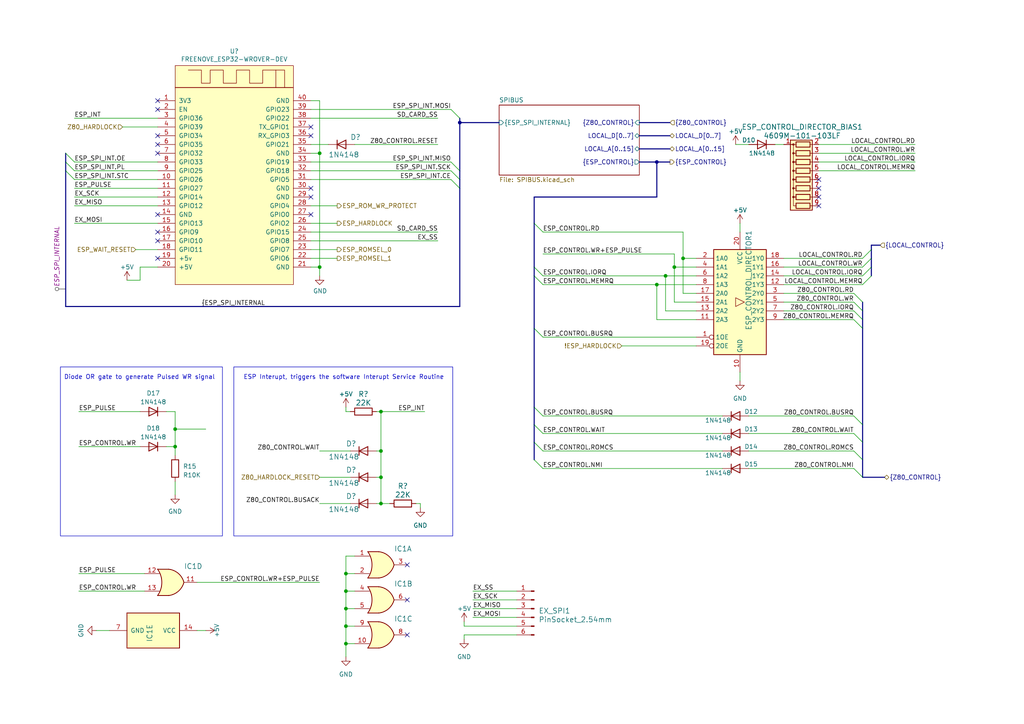
<source format=kicad_sch>
(kicad_sch (version 20230121) (generator eeschema)
  (paper "A4")
  (title_block (title "FujiNet Z80Bus reference design") (date "2023-05-13") (rev "0.1") (company "FujiNet"))
  (lib_symbols
    (symbol "74xx:74HC244"
      (property "Reference" "U" (at -7.62 16.51 0))
      (property "Value" "74HC244" (at -7.62 -16.51 0))
      (symbol "74HC244_1_0"
        (polyline (pts (xy 1.27 0) (xy -1.27 1.27) (xy -1.27 -1.27) (xy 1.27 0)) (stroke (width 0.1524)))
        (pin input inverted (at -12.7 -10.16 0) (length 5.08) (name "1OE") (number "1"))
        (pin power_in line (at 0 -20.32 90) (length 5.08) (name "GND") (number "10"))
        (pin input line (at -12.7 -5.08 0) (length 5.08) (name "2A3") (number "11"))
        (pin tri_state line (at 12.7 5.08 180) (length 5.08) (name "1Y3") (number "12"))
        (pin input line (at -12.7 -2.54 0) (length 5.08) (name "2A2") (number "13"))
        (pin tri_state line (at 12.7 7.62 180) (length 5.08) (name "1Y2") (number "14"))
        (pin input line (at -12.7 0 0) (length 5.08) (name "2A1") (number "15"))
        (pin tri_state line (at 12.7 10.16 180) (length 5.08) (name "1Y1") (number "16"))
        (pin input line (at -12.7 2.54 0) (length 5.08) (name "2A0") (number "17"))
        (pin tri_state line (at 12.7 12.7 180) (length 5.08) (name "1Y0") (number "18"))
        (pin input inverted (at -12.7 -12.7 0) (length 5.08) (name "2OE") (number "19"))
        (pin input line (at -12.7 12.7 0) (length 5.08) (name "1A0") (number "2"))
        (pin power_in line (at 0 20.32 270) (length 5.08) (name "VCC") (number "20"))
        (pin tri_state line (at 12.7 2.54 180) (length 5.08) (name "2Y0") (number "3"))
        (pin input line (at -12.7 10.16 0) (length 5.08) (name "1A1") (number "4"))
        (pin tri_state line (at 12.7 0 180) (length 5.08) (name "2Y1") (number "5"))
        (pin input line (at -12.7 7.62 0) (length 5.08) (name "1A2") (number "6"))
        (pin tri_state line (at 12.7 -2.54 180) (length 5.08) (name "2Y2") (number "7"))
        (pin input line (at -12.7 5.08 0) (length 5.08) (name "1A3") (number "8"))
        (pin tri_state line (at 12.7 -5.08 180) (length 5.08) (name "2Y3") (number "9"))
      )
      (symbol "74HC244_1_1"
        (rectangle (start -7.62 15.24) (end 7.62 -15.24) (stroke (width 0.254)) (fill (type background)))
      )
    )
    (symbol "74xx:74LS32" (pin_names (offset 1.016))
      (property "Reference" "U" (at 0 1.27 0))
      (property "Value" "74LS32" (at 0 -1.27 0))
      (symbol "74LS32_1_1"
        (arc (start -3.81 -3.81) (mid -2.589 0) (end -3.81 3.81) (stroke (width 0.254)))
        (arc (start -0.6096 -3.81) (mid 2.1842 -2.5851) (end 3.81 0) (stroke (width 0.254)) (fill (type background)))
        (polyline (pts (xy -3.81 -3.81) (xy -0.635 -3.81)) (stroke (width 0.254)) (fill (type background)))
        (polyline (pts (xy -3.81 3.81) (xy -0.635 3.81)) (stroke (width 0.254)) (fill (type background)))
        (polyline (pts (xy -0.635 3.81) (xy -3.81 3.81) (xy -3.81 3.81) (xy -3.556 3.4036) (xy -3.0226 2.2606) (xy -2.6924 1.0414) (xy -2.6162 -0.254) (xy -2.7686 -1.4986) (xy -3.175 -2.7178) (xy -3.81 -3.81) (xy -3.81 -3.81) (xy -0.635 -3.81)) (stroke (width -25.4)) (fill (type background)))
        (arc (start 3.81 0) (mid 2.1915 2.5936) (end -0.6096 3.81) (stroke (width 0.254)) (fill (type background)))
        (pin input line (at -7.62 2.54 0) (length 4.318) (name "~") (number "1"))
        (pin input line (at -7.62 -2.54 0) (length 4.318) (name "~") (number "2"))
        (pin output line (at 7.62 0 180) (length 3.81) (name "~") (number "3"))
      )
      (symbol "74LS32_1_2"
        (arc (start 0 -3.81) (mid 3.7934 0) (end 0 3.81) (stroke (width 0.254)) (fill (type background)))
        (polyline (pts (xy 0 3.81) (xy -3.81 3.81) (xy -3.81 -3.81) (xy 0 -3.81)) (stroke (width 0.254)) (fill (type background)))
        (pin input inverted (at -7.62 2.54 0) (length 3.81) (name "~") (number "1"))
        (pin input inverted (at -7.62 -2.54 0) (length 3.81) (name "~") (number "2"))
        (pin output inverted (at 7.62 0 180) (length 3.81) (name "~") (number "3"))
      )
      (symbol "74LS32_2_1"
        (arc (start -3.81 -3.81) (mid -2.589 0) (end -3.81 3.81) (stroke (width 0.254)))
        (arc (start -0.6096 -3.81) (mid 2.1842 -2.5851) (end 3.81 0) (stroke (width 0.254)) (fill (type background)))
        (polyline (pts (xy -3.81 -3.81) (xy -0.635 -3.81)) (stroke (width 0.254)) (fill (type background)))
        (polyline (pts (xy -3.81 3.81) (xy -0.635 3.81)) (stroke (width 0.254)) (fill (type background)))
        (polyline (pts (xy -0.635 3.81) (xy -3.81 3.81) (xy -3.81 3.81) (xy -3.556 3.4036) (xy -3.0226 2.2606) (xy -2.6924 1.0414) (xy -2.6162 -0.254) (xy -2.7686 -1.4986) (xy -3.175 -2.7178) (xy -3.81 -3.81) (xy -3.81 -3.81) (xy -0.635 -3.81)) (stroke (width -25.4)) (fill (type background)))
        (arc (start 3.81 0) (mid 2.1915 2.5936) (end -0.6096 3.81) (stroke (width 0.254)) (fill (type background)))
        (pin input line (at -7.62 2.54 0) (length 4.318) (name "~") (number "4"))
        (pin input line (at -7.62 -2.54 0) (length 4.318) (name "~") (number "5"))
        (pin output line (at 7.62 0 180) (length 3.81) (name "~") (number "6"))
      )
      (symbol "74LS32_2_2"
        (arc (start 0 -3.81) (mid 3.7934 0) (end 0 3.81) (stroke (width 0.254)) (fill (type background)))
        (polyline (pts (xy 0 3.81) (xy -3.81 3.81) (xy -3.81 -3.81) (xy 0 -3.81)) (stroke (width 0.254)) (fill (type background)))
        (pin input inverted (at -7.62 2.54 0) (length 3.81) (name "~") (number "4"))
        (pin input inverted (at -7.62 -2.54 0) (length 3.81) (name "~") (number "5"))
        (pin output inverted (at 7.62 0 180) (length 3.81) (name "~") (number "6"))
      )
      (symbol "74LS32_3_1"
        (arc (start -3.81 -3.81) (mid -2.589 0) (end -3.81 3.81) (stroke (width 0.254)))
        (arc (start -0.6096 -3.81) (mid 2.1842 -2.5851) (end 3.81 0) (stroke (width 0.254)) (fill (type background)))
        (polyline (pts (xy -3.81 -3.81) (xy -0.635 -3.81)) (stroke (width 0.254)) (fill (type background)))
        (polyline (pts (xy -3.81 3.81) (xy -0.635 3.81)) (stroke (width 0.254)) (fill (type background)))
        (polyline (pts (xy -0.635 3.81) (xy -3.81 3.81) (xy -3.81 3.81) (xy -3.556 3.4036) (xy -3.0226 2.2606) (xy -2.6924 1.0414) (xy -2.6162 -0.254) (xy -2.7686 -1.4986) (xy -3.175 -2.7178) (xy -3.81 -3.81) (xy -3.81 -3.81) (xy -0.635 -3.81)) (stroke (width -25.4)) (fill (type background)))
        (arc (start 3.81 0) (mid 2.1915 2.5936) (end -0.6096 3.81) (stroke (width 0.254)) (fill (type background)))
        (pin input line (at -7.62 -2.54 0) (length 4.318) (name "~") (number "10"))
        (pin output line (at 7.62 0 180) (length 3.81) (name "~") (number "8"))
        (pin input line (at -7.62 2.54 0) (length 4.318) (name "~") (number "9"))
      )
      (symbol "74LS32_3_2"
        (arc (start 0 -3.81) (mid 3.7934 0) (end 0 3.81) (stroke (width 0.254)) (fill (type background)))
        (polyline (pts (xy 0 3.81) (xy -3.81 3.81) (xy -3.81 -3.81) (xy 0 -3.81)) (stroke (width 0.254)) (fill (type background)))
        (pin input inverted (at -7.62 -2.54 0) (length 3.81) (name "~") (number "10"))
        (pin output inverted (at 7.62 0 180) (length 3.81) (name "~") (number "8"))
        (pin input inverted (at -7.62 2.54 0) (length 3.81) (name "~") (number "9"))
      )
      (symbol "74LS32_4_1"
        (arc (start -3.81 -3.81) (mid -2.589 0) (end -3.81 3.81) (stroke (width 0.254)))
        (arc (start -0.6096 -3.81) (mid 2.1842 -2.5851) (end 3.81 0) (stroke (width 0.254)) (fill (type background)))
        (polyline (pts (xy -3.81 -3.81) (xy -0.635 -3.81)) (stroke (width 0.254)) (fill (type background)))
        (polyline (pts (xy -3.81 3.81) (xy -0.635 3.81)) (stroke (width 0.254)) (fill (type background)))
        (polyline (pts (xy -0.635 3.81) (xy -3.81 3.81) (xy -3.81 3.81) (xy -3.556 3.4036) (xy -3.0226 2.2606) (xy -2.6924 1.0414) (xy -2.6162 -0.254) (xy -2.7686 -1.4986) (xy -3.175 -2.7178) (xy -3.81 -3.81) (xy -3.81 -3.81) (xy -0.635 -3.81)) (stroke (width -25.4)) (fill (type background)))
        (arc (start 3.81 0) (mid 2.1915 2.5936) (end -0.6096 3.81) (stroke (width 0.254)) (fill (type background)))
        (pin output line (at 7.62 0 180) (length 3.81) (name "~") (number "11"))
        (pin input line (at -7.62 2.54 0) (length 4.318) (name "~") (number "12"))
        (pin input line (at -7.62 -2.54 0) (length 4.318) (name "~") (number "13"))
      )
      (symbol "74LS32_4_2"
        (arc (start 0 -3.81) (mid 3.7934 0) (end 0 3.81) (stroke (width 0.254)) (fill (type background)))
        (polyline (pts (xy 0 3.81) (xy -3.81 3.81) (xy -3.81 -3.81) (xy 0 -3.81)) (stroke (width 0.254)) (fill (type background)))
        (pin output inverted (at 7.62 0 180) (length 3.81) (name "~") (number "11"))
        (pin input inverted (at -7.62 2.54 0) (length 3.81) (name "~") (number "12"))
        (pin input inverted (at -7.62 -2.54 0) (length 3.81) (name "~") (number "13"))
      )
      (symbol "74LS32_5_0"
        (pin power_in line (at 0 12.7 270) (length 5.08) (name "VCC") (number "14"))
        (pin power_in line (at 0 -12.7 90) (length 5.08) (name "GND") (number "7"))
      )
      (symbol "74LS32_5_1"
        (rectangle (start -5.08 7.62) (end 5.08 -7.62) (stroke (width 0.254)) (fill (type background)))
      )
    )
    (symbol "Connector:Conn_01x06_Pin" (pin_names (offset 1.016) hide)
      (property "Reference" "J" (at 0 7.62 0))
      (property "Value" "Conn_01x06_Pin" (at 0 -10.16 0))
      (symbol "Conn_01x06_Pin_1_1"
        (polyline (pts (xy 1.27 -7.62) (xy 0.8636 -7.62)) (stroke (width 0.1524)))
        (polyline (pts (xy 1.27 -5.08) (xy 0.8636 -5.08)) (stroke (width 0.1524)))
        (polyline (pts (xy 1.27 -2.54) (xy 0.8636 -2.54)) (stroke (width 0.1524)))
        (polyline (pts (xy 1.27 0) (xy 0.8636 0)) (stroke (width 0.1524)))
        (polyline (pts (xy 1.27 2.54) (xy 0.8636 2.54)) (stroke (width 0.1524)))
        (polyline (pts (xy 1.27 5.08) (xy 0.8636 5.08)) (stroke (width 0.1524)))
        (rectangle (start 0.8636 -7.493) (end 0 -7.747) (stroke (width 0.1524)) (fill (type outline)))
        (rectangle (start 0.8636 -4.953) (end 0 -5.207) (stroke (width 0.1524)) (fill (type outline)))
        (rectangle (start 0.8636 -2.413) (end 0 -2.667) (stroke (width 0.1524)) (fill (type outline)))
        (rectangle (start 0.8636 0.127) (end 0 -0.127) (stroke (width 0.1524)) (fill (type outline)))
        (rectangle (start 0.8636 2.667) (end 0 2.413) (stroke (width 0.1524)) (fill (type outline)))
        (rectangle (start 0.8636 5.207) (end 0 4.953) (stroke (width 0.1524)) (fill (type outline)))
        (pin passive line (at 5.08 5.08 180) (length 3.81) (name "Pin_1") (number "1"))
        (pin passive line (at 5.08 2.54 180) (length 3.81) (name "Pin_2") (number "2"))
        (pin passive line (at 5.08 0 180) (length 3.81) (name "Pin_3") (number "3"))
        (pin passive line (at 5.08 -2.54 180) (length 3.81) (name "Pin_4") (number "4"))
        (pin passive line (at 5.08 -5.08 180) (length 3.81) (name "Pin_5") (number "5"))
        (pin passive line (at 5.08 -7.62 180) (length 3.81) (name "Pin_6") (number "6"))
      )
    )
    (symbol "Device:D" (pin_numbers hide) (pin_names (offset 1.016) hide)
      (property "Reference" "D" (at 0 2.54 0))
      (property "Value" "D" (at 0 -2.54 0))
      (symbol "D_0_1"
        (polyline (pts (xy -1.27 1.27) (xy -1.27 -1.27)) (stroke (width 0.254)))
        (polyline (pts (xy 1.27 0) (xy -1.27 0)))
        (polyline (pts (xy 1.27 1.27) (xy 1.27 -1.27) (xy -1.27 0) (xy 1.27 1.27)) (stroke (width 0.254)))
      )
      (symbol "D_1_1"
        (pin passive line (at -3.81 0 0) (length 2.54) (name "K") (number "1"))
        (pin passive line (at 3.81 0 180) (length 2.54) (name "A") (number "2"))
      )
    )
    (symbol "Device:R" (pin_numbers hide) (pin_names (offset 0))
      (property "Reference" "R" (at 2.032 0 90))
      (property "Value" "R" (at 0 0 90))
      (symbol "R_0_1"
        (rectangle (start -1.016 -2.54) (end 1.016 2.54) (stroke (width 0.254)))
      )
      (symbol "R_1_1"
        (pin passive line (at 0 3.81 270) (length 1.27) (name "~") (number "1"))
        (pin passive line (at 0 -3.81 90) (length 1.27) (name "~") (number "2"))
      )
    )
    (symbol "Device:R_Network08" (pin_names (offset 0) hide)
      (property "Reference" "RN" (at -12.7 0 90))
      (property "Value" "R_Network08" (at 10.16 0 90))
      (symbol "R_Network08_0_1"
        (rectangle (start -11.43 -3.175) (end 8.89 3.175) (stroke (width 0.254)) (fill (type background)))
        (rectangle (start -10.922 1.524) (end -9.398 -2.54) (stroke (width 0.254)))
        (circle (center -10.16 2.286) (radius 0.254) (fill (type outline)))
        (rectangle (start -8.382 1.524) (end -6.858 -2.54) (stroke (width 0.254)))
        (circle (center -7.62 2.286) (radius 0.254) (fill (type outline)))
        (rectangle (start -5.842 1.524) (end -4.318 -2.54) (stroke (width 0.254)))
        (circle (center -5.08 2.286) (radius 0.254) (fill (type outline)))
        (rectangle (start -3.302 1.524) (end -1.778 -2.54) (stroke (width 0.254)))
        (circle (center -2.54 2.286) (radius 0.254) (fill (type outline)))
        (rectangle (start -0.762 1.524) (end 0.762 -2.54) (stroke (width 0.254)))
        (polyline (pts (xy -10.16 -2.54) (xy -10.16 -3.81)))
        (polyline (pts (xy -7.62 -2.54) (xy -7.62 -3.81)))
        (polyline (pts (xy -5.08 -2.54) (xy -5.08 -3.81)))
        (polyline (pts (xy -2.54 -2.54) (xy -2.54 -3.81)))
        (polyline (pts (xy 0 -2.54) (xy 0 -3.81)))
        (polyline (pts (xy 2.54 -2.54) (xy 2.54 -3.81)))
        (polyline (pts (xy 5.08 -2.54) (xy 5.08 -3.81)))
        (polyline (pts (xy 7.62 -2.54) (xy 7.62 -3.81)))
        (polyline (pts (xy -10.16 1.524) (xy -10.16 2.286) (xy -7.62 2.286) (xy -7.62 1.524)))
        (polyline (pts (xy -7.62 1.524) (xy -7.62 2.286) (xy -5.08 2.286) (xy -5.08 1.524)))
        (polyline (pts (xy -5.08 1.524) (xy -5.08 2.286) (xy -2.54 2.286) (xy -2.54 1.524)))
        (polyline (pts (xy -2.54 1.524) (xy -2.54 2.286) (xy 0 2.286) (xy 0 1.524)))
        (polyline (pts (xy 0 1.524) (xy 0 2.286) (xy 2.54 2.286) (xy 2.54 1.524)))
        (polyline (pts (xy 2.54 1.524) (xy 2.54 2.286) (xy 5.08 2.286) (xy 5.08 1.524)))
        (polyline (pts (xy 5.08 1.524) (xy 5.08 2.286) (xy 7.62 2.286) (xy 7.62 1.524)))
        (circle (center 0 2.286) (radius 0.254) (fill (type outline)))
        (rectangle (start 1.778 1.524) (end 3.302 -2.54) (stroke (width 0.254)))
        (circle (center 2.54 2.286) (radius 0.254) (fill (type outline)))
        (rectangle (start 4.318 1.524) (end 5.842 -2.54) (stroke (width 0.254)))
        (circle (center 5.08 2.286) (radius 0.254) (fill (type outline)))
        (rectangle (start 6.858 1.524) (end 8.382 -2.54) (stroke (width 0.254)))
      )
      (symbol "R_Network08_1_1"
        (pin passive line (at -10.16 5.08 270) (length 2.54) (name "common") (number "1"))
        (pin passive line (at -10.16 -5.08 90) (length 1.27) (name "R1") (number "2"))
        (pin passive line (at -7.62 -5.08 90) (length 1.27) (name "R2") (number "3"))
        (pin passive line (at -5.08 -5.08 90) (length 1.27) (name "R3") (number "4"))
        (pin passive line (at -2.54 -5.08 90) (length 1.27) (name "R4") (number "5"))
        (pin passive line (at 0 -5.08 90) (length 1.27) (name "R5") (number "6"))
        (pin passive line (at 2.54 -5.08 90) (length 1.27) (name "R6") (number "7"))
        (pin passive line (at 5.08 -5.08 90) (length 1.27) (name "R7") (number "8"))
        (pin passive line (at 7.62 -5.08 90) (length 1.27) (name "R8") (number "9"))
      )
    )
    (symbol "esp32-wrover:FREENOVE_ESP32-WROVER-DEV" (pin_names (offset 1.016))
      (property "Reference" "U1" (at 3.175 10.541 0))
      (property "Value" "FREENOVE_ESP32-WROVER-DEV" (at 3.175 8.2296 0))
      (symbol "FREENOVE_ESP32-WROVER-DEV_0_0"
        (pin power_in line (at -19.05 -52.07 0) (length 5.08) (name "+5V") (number "20"))
        (pin power_in line (at 25.4 -3.81 180) (length 5.08) (name "GND") (number "40"))
      )
      (symbol "FREENOVE_ESP32-WROVER-DEV_1_1"
        (rectangle (start -13.97 0) (end 20.32 -57.15) (fill (type background)))
        (rectangle (start -13.97 6.35) (end 20.32 0) (fill (type background)))
        (polyline (pts (xy 15.24 5.08) (xy 17.78 5.08) (xy 17.78 0)))
        (polyline (pts (xy -10.16 5.08) (xy -6.35 5.08) (xy -6.35 1.27) (xy -3.81 1.27) (xy -3.81 5.08) (xy 0 5.08) (xy 0 1.27) (xy 3.81 1.27) (xy 3.81 5.08) (xy 7.62 5.08) (xy 7.62 1.27) (xy 11.43 1.27) (xy 11.43 5.08) (xy 15.24 5.08) (xy 15.24 0)))
        (pin power_in line (at -19.05 -3.81 0) (length 5.08) (name "3V3") (number "1"))
        (pin bidirectional line (at -19.05 -26.67 0) (length 5.08) (name "GPIO26") (number "10"))
        (pin bidirectional line (at -19.05 -29.21 0) (length 5.08) (name "GPIO27") (number "11"))
        (pin bidirectional line (at -19.05 -31.75 0) (length 5.08) (name "GPIO14") (number "12"))
        (pin bidirectional line (at -19.05 -34.29 0) (length 5.08) (name "GPIO12") (number "13"))
        (pin power_in line (at -19.05 -36.83 0) (length 5.08) (name "GND") (number "14"))
        (pin bidirectional line (at -19.05 -39.37 0) (length 5.08) (name "GPIO13") (number "15"))
        (pin bidirectional line (at -19.05 -41.91 0) (length 5.08) (name "GPIO9") (number "16"))
        (pin bidirectional line (at -19.05 -44.45 0) (length 5.08) (name "GPIO10") (number "17"))
        (pin bidirectional line (at -19.05 -46.99 0) (length 5.08) (name "GPIO11") (number "18"))
        (pin power_in line (at -19.05 -49.53 0) (length 5.08) (name "+5v") (number "19"))
        (pin input line (at -19.05 -6.35 0) (length 5.08) (name "EN") (number "2"))
        (pin power_in line (at 25.4 -52.07 180) (length 5.08) (name "GND") (number "21"))
        (pin bidirectional line (at 25.4 -49.53 180) (length 5.08) (name "GPIO6") (number "22"))
        (pin bidirectional line (at 25.4 -46.99 180) (length 5.08) (name "GPIO7") (number "23"))
        (pin bidirectional line (at 25.4 -41.91 180) (length 5.08) (name "GPIO15") (number "24"))
        (pin bidirectional line (at 25.4 -44.45 180) (length 5.08) (name "GPIO8") (number "25"))
        (pin bidirectional line (at 25.4 -39.37 180) (length 5.08) (name "GPIO2") (number "26"))
        (pin input line (at 25.4 -36.83 180) (length 5.08) (name "GPIO0") (number "27"))
        (pin bidirectional line (at 25.4 -34.29 180) (length 5.08) (name "GPIO4") (number "28"))
        (pin power_in line (at 25.4 -31.75 180) (length 5.08) (name "GND") (number "29"))
        (pin bidirectional line (at -19.05 -8.89 0) (length 5.08) (name "GPIO36") (number "3"))
        (pin power_in line (at 25.4 -29.21 180) (length 5.08) (name "GND") (number "30"))
        (pin bidirectional line (at 25.4 -26.67 180) (length 5.08) (name "GPIO5") (number "31"))
        (pin bidirectional line (at 25.4 -24.13 180) (length 5.08) (name "GPIO18") (number "32"))
        (pin bidirectional line (at 25.4 -21.59 180) (length 5.08) (name "GPIO19") (number "33"))
        (pin power_in line (at 25.4 -19.05 180) (length 5.08) (name "GND") (number "34"))
        (pin bidirectional line (at 25.4 -16.51 180) (length 5.08) (name "GPIO21") (number "35"))
        (pin input line (at 25.4 -13.97 180) (length 5.08) (name "RX_GPIO3") (number "36"))
        (pin output line (at 25.4 -11.43 180) (length 5.08) (name "TX_GPIO1") (number "37"))
        (pin bidirectional line (at 25.4 -8.89 180) (length 5.08) (name "GPIO22") (number "38"))
        (pin bidirectional line (at 25.4 -6.35 180) (length 5.08) (name "GPIO23") (number "39"))
        (pin bidirectional line (at -19.05 -11.43 0) (length 5.08) (name "GPIO39") (number "4"))
        (pin bidirectional line (at -19.05 -13.97 0) (length 5.08) (name "GPIO34") (number "5"))
        (pin bidirectional line (at -19.05 -16.51 0) (length 5.08) (name "GPIO35") (number "6"))
        (pin bidirectional line (at -19.05 -19.05 0) (length 5.08) (name "GPIO32") (number "7"))
        (pin bidirectional line (at -19.05 -21.59 0) (length 5.08) (name "GPIO33") (number "8"))
        (pin bidirectional line (at -19.05 -24.13 0) (length 5.08) (name "GPIO25") (number "9"))
      )
    )
    (symbol "power:+5V" (power) (pin_names (offset 0))
      (property "Value" "+5V" (at 0 3.556 0))
      (symbol "+5V_0_1"
        (polyline (pts (xy -0.762 1.27) (xy 0 2.54)))
        (polyline (pts (xy 0 0) (xy 0 2.54)))
        (polyline (pts (xy 0 2.54) (xy 0.762 1.27)))
      )
      (symbol "+5V_1_1"
        (pin power_in line (at 0 0 90) (length 0) hide (name "+5V") (number "1"))
      )
    )
    (symbol "power:GND" (power) (pin_names (offset 0))
      (property "Value" "GND" (at 0 -3.81 0))
      (symbol "GND_0_1"
        (polyline (pts (xy 0 0) (xy 0 -1.27) (xy 1.27 -1.27) (xy 0 -2.54) (xy -1.27 -1.27) (xy 0 -1.27)))
      )
      (symbol "GND_1_1"
        (pin power_in line (at 0 0 270) (length 0) hide (name "GND") (number "1"))
      )
    )
  )
  (bus_alias "LOCAL_CONTROL" (members "LOCAL_CONTROL.RD" "LOCAL_CONTROL.WR" "LOCAL_CONTROL.IORQ" "LOCAL_CONTROL.MEMRQ"))
  (junction (at 92.71 77.47))
  (junction (at 190.5 46.99))
  (junction (at 198.12 74.93))
  (junction (at 110.49 146.05))
  (junction (at 100.33 166.37))
  (junction (at 50.8 124.46))
  (junction (at 100.33 171.45))
  (junction (at 100.33 186.69))
  (junction (at 110.49 138.43))
  (junction (at 100.33 181.61))
  (junction (at 50.8 129.54))
  (junction (at 100.33 176.53))
  (junction (at 193.04 80.01))
  (junction (at 133.35 35.56))
  (junction (at 110.49 119.38))
  (junction (at 92.71 44.45))
  (junction (at 110.49 130.81))
  (junction (at 195.58 77.47))
  (junction (at 190.5 82.55))
  (no_connect (at 45.72 74.93))
  (no_connect (at 90.17 62.23))
  (no_connect (at 90.17 57.15))
  (no_connect (at 118.11 163.83))
  (no_connect (at 237.49 52.07))
  (no_connect (at 45.72 67.31))
  (no_connect (at 118.11 184.15))
  (no_connect (at 45.72 31.75))
  (no_connect (at 237.49 57.15))
  (no_connect (at 237.49 54.61))
  (no_connect (at 45.72 62.23))
  (no_connect (at 45.72 44.45))
  (no_connect (at 90.17 39.37))
  (no_connect (at 237.49 59.69))
  (no_connect (at 90.17 36.83))
  (no_connect (at 45.72 39.37))
  (no_connect (at 118.11 173.99))
  (no_connect (at 90.17 54.61))
  (no_connect (at 45.72 69.85))
  (no_connect (at 45.72 41.91))
  (no_connect (at 45.72 29.21))
  (bus_entry (at 247.65 135.89) (size 2.54 2.54))
  (bus_entry (at 247.65 85.09) (size 2.54 2.54))
  (bus_entry (at 247.65 90.17) (size 2.54 2.54))
  (bus_entry (at 154.94 128.27) (size 2.54 2.54))
  (bus_entry (at 247.65 125.73) (size 2.54 2.54))
  (bus_entry (at 154.94 95.25) (size 2.54 2.54))
  (bus_entry (at 250.19 80.01) (size 2.54 -2.54))
  (bus_entry (at 130.81 46.99) (size 2.54 2.54))
  (bus_entry (at 154.94 123.19) (size 2.54 2.54))
  (bus_entry (at 247.65 130.81) (size 2.54 2.54))
  (bus_entry (at 19.05 46.99) (size 2.54 2.54))
  (bus_entry (at 130.81 49.53) (size 2.54 2.54))
  (bus_entry (at 154.94 118.11) (size 2.54 2.54))
  (bus_entry (at 247.65 120.65) (size 2.54 2.54))
  (bus_entry (at 247.65 87.63) (size 2.54 2.54))
  (bus_entry (at 130.81 31.75) (size 2.54 2.54))
  (bus_entry (at 154.94 77.47) (size 2.54 2.54))
  (bus_entry (at 247.65 92.71) (size 2.54 2.54))
  (bus_entry (at 19.05 44.45) (size 2.54 2.54))
  (bus_entry (at 154.94 64.77) (size 2.54 2.54))
  (bus_entry (at 154.94 80.01) (size 2.54 2.54))
  (bus_entry (at 250.19 77.47) (size 2.54 -2.54))
  (bus_entry (at 250.19 82.55) (size 2.54 -2.54))
  (bus_entry (at 19.05 49.53) (size 2.54 2.54))
  (bus_entry (at 250.19 74.93) (size 2.54 -2.54))
  (bus_entry (at 130.81 52.07) (size 2.54 2.54))
  (bus_entry (at 154.94 133.35) (size 2.54 2.54))
  (wire (pts (xy 195.58 77.47) (xy 201.93 77.47)))
  (wire (pts (xy 40.64 77.47) (xy 40.64 81.28)))
  (wire (pts (xy 134.62 181.61) (xy 134.62 180.34)))
  (wire (pts (xy 157.48 120.65) (xy 209.55 120.65)))
  (bus (pts (xy 19.05 49.53) (xy 19.05 88.9)))
  (wire (pts (xy 190.5 82.55) (xy 157.48 82.55)))
  (wire (pts (xy 157.48 97.79) (xy 201.93 97.79)))
  (wire (pts (xy 198.12 74.93) (xy 201.93 74.93)))
  (wire (pts (xy 92.71 146.05) (xy 101.6 146.05)))
  (wire (pts (xy 57.15 168.91) (xy 92.71 168.91)))
  (bus (pts (xy 252.73 77.47) (xy 252.73 80.01)))
  (wire (pts (xy 110.49 119.38) (xy 123.19 119.38)))
  (wire (pts (xy 198.12 67.31) (xy 157.48 67.31)))
  (bus (pts (xy 190.5 46.99) (xy 190.5 57.15)))
  (wire (pts (xy 198.12 85.09) (xy 201.93 85.09)))
  (wire (pts (xy 120.65 146.05) (xy 121.92 146.05)))
  (wire (pts (xy 201.93 100.33) (xy 180.34 100.33)))
  (bus (pts (xy 154.94 128.27) (xy 154.94 133.35)))
  (wire (pts (xy 48.26 129.54) (xy 50.8 129.54)))
  (wire (pts (xy 109.22 119.38) (xy 110.49 119.38)))
  (wire (pts (xy 193.04 80.01) (xy 201.93 80.01)))
  (wire (pts (xy 45.72 49.53) (xy 21.59 49.53)))
  (wire (pts (xy 45.72 72.39) (xy 39.37 72.39)))
  (wire (pts (xy 134.62 184.15) (xy 149.86 184.15)))
  (wire (pts (xy 90.17 34.29) (xy 127 34.29)))
  (wire (pts (xy 50.8 129.54) (xy 50.8 124.46)))
  (bus (pts (xy 252.73 72.39) (xy 252.73 74.93)))
  (wire (pts (xy 22.86 119.38) (xy 40.64 119.38)))
  (wire (pts (xy 227.33 85.09) (xy 247.65 85.09)))
  (wire (pts (xy 237.49 44.45) (xy 265.43 44.45)))
  (wire (pts (xy 109.22 130.81) (xy 110.49 130.81)))
  (wire (pts (xy 90.17 44.45) (xy 92.71 44.45)))
  (wire (pts (xy 157.48 135.89) (xy 209.55 135.89)))
  (wire (pts (xy 90.17 31.75) (xy 130.81 31.75)))
  (wire (pts (xy 100.33 119.38) (xy 101.6 119.38)))
  (wire (pts (xy 35.56 36.83) (xy 45.72 36.83)))
  (wire (pts (xy 45.72 52.07) (xy 21.59 52.07)))
  (wire (pts (xy 193.04 90.17) (xy 201.93 90.17)))
  (wire (pts (xy 90.17 49.53) (xy 130.81 49.53)))
  (wire (pts (xy 50.8 124.46) (xy 50.8 119.38)))
  (wire (pts (xy 109.22 146.05) (xy 110.49 146.05)))
  (bus (pts (xy 133.35 52.07) (xy 133.35 54.61)))
  (bus (pts (xy 133.35 49.53) (xy 133.35 52.07)))
  (wire (pts (xy 134.62 181.61) (xy 149.86 181.61)))
  (wire (pts (xy 217.17 125.73) (xy 247.65 125.73)))
  (bus (pts (xy 19.05 46.99) (xy 19.05 49.53)))
  (wire (pts (xy 227.33 82.55) (xy 250.19 82.55)))
  (wire (pts (xy 40.64 81.28) (xy 36.83 81.28)))
  (wire (pts (xy 100.33 118.11) (xy 100.33 119.38)))
  (wire (pts (xy 195.58 73.66) (xy 195.58 77.47)))
  (wire (pts (xy 137.16 176.53) (xy 149.86 176.53)))
  (wire (pts (xy 214.63 107.95) (xy 214.63 110.49)))
  (wire (pts (xy 110.49 119.38) (xy 110.49 130.81)))
  (wire (pts (xy 45.72 64.77) (xy 21.59 64.77)))
  (wire (pts (xy 217.17 120.65) (xy 247.65 120.65)))
  (wire (pts (xy 110.49 130.81) (xy 110.49 138.43)))
  (bus (pts (xy 252.73 74.93) (xy 252.73 77.47)))
  (wire (pts (xy 227.33 87.63) (xy 247.65 87.63)))
  (wire (pts (xy 92.71 44.45) (xy 92.71 77.47)))
  (wire (pts (xy 237.49 41.91) (xy 265.43 41.91)))
  (wire (pts (xy 41.91 171.45) (xy 22.86 171.45)))
  (wire (pts (xy 102.87 181.61) (xy 100.33 181.61)))
  (wire (pts (xy 45.72 57.15) (xy 21.59 57.15)))
  (bus (pts (xy 255.27 71.12) (xy 252.73 71.12)))
  (bus (pts (xy 133.35 54.61) (xy 133.35 88.9)))
  (wire (pts (xy 110.49 138.43) (xy 110.49 146.05)))
  (wire (pts (xy 100.33 171.45) (xy 102.87 171.45)))
  (wire (pts (xy 100.33 181.61) (xy 100.33 186.69)))
  (wire (pts (xy 190.5 82.55) (xy 201.93 82.55)))
  (wire (pts (xy 45.72 54.61) (xy 21.59 54.61)))
  (bus (pts (xy 154.94 118.11) (xy 154.94 123.19)))
  (wire (pts (xy 227.33 80.01) (xy 250.19 80.01)))
  (bus (pts (xy 250.19 138.43) (xy 256.54 138.43)))
  (wire (pts (xy 92.71 77.47) (xy 92.71 80.01)))
  (wire (pts (xy 157.48 130.81) (xy 209.55 130.81)))
  (bus (pts (xy 133.35 35.56) (xy 133.35 49.53)))
  (wire (pts (xy 137.16 173.99) (xy 149.86 173.99)))
  (wire (pts (xy 95.25 41.91) (xy 90.17 41.91)))
  (wire (pts (xy 100.33 186.69) (xy 102.87 186.69)))
  (wire (pts (xy 90.17 46.99) (xy 130.81 46.99)))
  (wire (pts (xy 90.17 59.69) (xy 97.79 59.69)))
  (bus (pts (xy 190.5 46.99) (xy 194.31 46.99)))
  (bus (pts (xy 154.94 57.15) (xy 154.94 64.77)))
  (wire (pts (xy 213.36 41.91) (xy 217.17 41.91)))
  (bus (pts (xy 250.19 123.19) (xy 250.19 128.27)))
  (wire (pts (xy 195.58 87.63) (xy 201.93 87.63)))
  (wire (pts (xy 90.17 52.07) (xy 130.81 52.07)))
  (wire (pts (xy 48.26 119.38) (xy 50.8 119.38)))
  (bus (pts (xy 133.35 34.29) (xy 133.35 35.56)))
  (bus (pts (xy 250.19 92.71) (xy 250.19 95.25)))
  (bus (pts (xy 133.35 88.9) (xy 19.05 88.9)))
  (wire (pts (xy 157.48 125.73) (xy 209.55 125.73)))
  (wire (pts (xy 90.17 64.77) (xy 97.79 64.77)))
  (wire (pts (xy 90.17 77.47) (xy 92.71 77.47)))
  (wire (pts (xy 157.48 73.66) (xy 195.58 73.66)))
  (wire (pts (xy 214.63 64.77) (xy 214.63 67.31)))
  (wire (pts (xy 137.16 179.07) (xy 149.86 179.07)))
  (wire (pts (xy 193.04 90.17) (xy 193.04 80.01)))
  (bus (pts (xy 154.94 95.25) (xy 154.94 118.11)))
  (wire (pts (xy 217.17 135.89) (xy 247.65 135.89)))
  (wire (pts (xy 134.62 184.15) (xy 134.62 185.42)))
  (wire (pts (xy 50.8 139.7) (xy 50.8 143.51)))
  (wire (pts (xy 45.72 59.69) (xy 21.59 59.69)))
  (wire (pts (xy 57.15 182.88) (xy 59.69 182.88)))
  (bus (pts (xy 185.42 43.18) (xy 194.31 43.18)))
  (wire (pts (xy 50.8 124.46) (xy 59.69 124.46)))
  (wire (pts (xy 110.49 146.05) (xy 113.03 146.05)))
  (wire (pts (xy 27.94 182.88) (xy 31.75 182.88)))
  (wire (pts (xy 149.86 171.45) (xy 137.16 171.45)))
  (bus (pts (xy 154.94 80.01) (xy 154.94 95.25)))
  (wire (pts (xy 195.58 87.63) (xy 195.58 77.47)))
  (bus (pts (xy 194.31 35.56) (xy 185.42 35.56)))
  (wire (pts (xy 102.87 41.91) (xy 127 41.91)))
  (wire (pts (xy 100.33 176.53) (xy 100.33 171.45)))
  (wire (pts (xy 22.86 129.54) (xy 40.64 129.54)))
  (wire (pts (xy 227.33 77.47) (xy 250.19 77.47)))
  (wire (pts (xy 102.87 176.53) (xy 100.33 176.53)))
  (wire (pts (xy 224.79 41.91) (xy 227.33 41.91)))
  (bus (pts (xy 19.05 44.45) (xy 19.05 46.99)))
  (wire (pts (xy 102.87 166.37) (xy 100.33 166.37)))
  (bus (pts (xy 252.73 71.12) (xy 252.73 72.39)))
  (wire (pts (xy 198.12 67.31) (xy 198.12 74.93)))
  (bus (pts (xy 250.19 90.17) (xy 250.19 92.71)))
  (bus (pts (xy 154.94 64.77) (xy 154.94 77.47)))
  (bus (pts (xy 133.35 35.56) (xy 144.78 35.56)))
  (wire (pts (xy 121.92 146.05) (xy 121.92 147.32)))
  (wire (pts (xy 217.17 130.81) (xy 247.65 130.81)))
  (bus (pts (xy 185.42 46.99) (xy 190.5 46.99)))
  (wire (pts (xy 100.33 176.53) (xy 100.33 181.61)))
  (wire (pts (xy 90.17 72.39) (xy 97.79 72.39)))
  (bus (pts (xy 190.5 57.15) (xy 154.94 57.15)))
  (wire (pts (xy 92.71 29.21) (xy 92.71 44.45)))
  (wire (pts (xy 90.17 67.31) (xy 127 67.31)))
  (wire (pts (xy 190.5 92.71) (xy 190.5 82.55)))
  (wire (pts (xy 45.72 46.99) (xy 21.59 46.99)))
  (wire (pts (xy 227.33 92.71) (xy 247.65 92.71)))
  (bus (pts (xy 154.94 77.47) (xy 154.94 80.01)))
  (wire (pts (xy 193.04 80.01) (xy 157.48 80.01)))
  (bus (pts (xy 185.42 39.37) (xy 194.31 39.37)))
  (wire (pts (xy 100.33 166.37) (xy 100.33 171.45)))
  (bus (pts (xy 250.19 128.27) (xy 250.19 133.35)))
  (wire (pts (xy 101.6 130.81) (xy 92.71 130.81)))
  (wire (pts (xy 90.17 69.85) (xy 127 69.85)))
  (wire (pts (xy 237.49 46.99) (xy 265.43 46.99)))
  (wire (pts (xy 227.33 74.93) (xy 250.19 74.93)))
  (wire (pts (xy 237.49 49.53) (xy 265.43 49.53)))
  (wire (pts (xy 190.5 92.71) (xy 201.93 92.71)))
  (wire (pts (xy 41.91 166.37) (xy 22.86 166.37)))
  (wire (pts (xy 40.64 77.47) (xy 45.72 77.47)))
  (wire (pts (xy 90.17 29.21) (xy 92.71 29.21)))
  (wire (pts (xy 109.22 138.43) (xy 110.49 138.43)))
  (wire (pts (xy 198.12 74.93) (xy 198.12 85.09)))
  (wire (pts (xy 102.87 161.29) (xy 100.33 161.29)))
  (bus (pts (xy 250.19 87.63) (xy 250.19 90.17)))
  (wire (pts (xy 100.33 190.5) (xy 100.33 186.69)))
  (wire (pts (xy 45.72 34.29) (xy 21.59 34.29)))
  (bus (pts (xy 250.19 95.25) (xy 250.19 123.19)))
  (wire (pts (xy 90.17 74.93) (xy 97.79 74.93)))
  (wire (pts (xy 227.33 90.17) (xy 247.65 90.17)))
  (wire (pts (xy 100.33 161.29) (xy 100.33 166.37)))
  (bus (pts (xy 250.19 133.35) (xy 250.19 138.43)))
  (bus (pts (xy 154.94 123.19) (xy 154.94 128.27)))
  (wire (pts (xy 101.6 138.43) (xy 92.71 138.43)))
  (wire (pts (xy 50.8 132.08) (xy 50.8 129.54)))
  (rectangle (start 67.818 106.426) (end 131.318 155.448))
  (rectangle (start 17.526 106.426) (end 64.516 155.448))
  (text "ESP Interupt, triggers the software Interupt Service Routine" (at 70.612 110.236 0) (effects (font (size 1.27 1.27)) (justify left bottom)))
  (text "Diode OR gate to generate Pulsed WR signal\n" (at 18.542 110.236 0) (effects (font (size 1.27 1.27)) (justify left bottom)))
  (label "ESP_CONTROL.ROMCS" (at 157.48 130.81 0))
  (label "ESP_PULSE" (at 21.59 54.61 0))
  (label "ESP_CONTROL.WAIT" (at 157.48 125.73 0))
  (label "EX_MISO" (at 21.59 59.69 0))
  (label "SD_CARD_SS" (at 127 34.29 180))
  (label "LOCAL_CONTROL.MEMRQ" (at 250.19 82.55 180))
  (label "ESP_CONTROL.WR+ESP_PULSE" (at 92.71 168.91 180))
  (label "EX_MOSI" (at 137.16 179.07 0))
  (label "Z80_CONTROL.BUSACK" (at 92.71 146.05 180))
  (label "SD_CARD_SS" (at 127 67.31 180))
  (label "Z80_CONTROL.IORQ" (at 247.65 90.17 180))
  (label "ESP_INT" (at 123.19 119.38 180))
  (label "ESP_SPI_INT.STC" (at 21.59 52.07 0))
  (label "ESP_CONTROL.WR+ESP_PULSE" (at 157.48 73.66 0))
  (label "{ESP_SPI_INTERNAL" (at 58.42 88.9 0))
  (label "ESP_INT" (at 21.59 34.29 0))
  (label "ESP_PULSE" (at 22.86 166.37 0))
  (label "EX_MOSI" (at 21.59 64.77 0))
  (label "ESP_PULSE" (at 22.86 119.38 0))
  (label "LOCAL_CONTROL.WR" (at 250.19 77.47 180))
  (label "Z80_CONTROL.ROMCS" (at 247.65 130.81 180))
  (label "LOCAL_CONTROL.IORQ" (at 265.43 46.99 180))
  (label "Z80_CONTROL.WAIT" (at 92.71 130.81 180))
  (label "Z80_CONTROL.WAIT" (at 247.65 125.73 180))
  (label "ESP_SPI_INT.SCK" (at 130.81 49.53 180))
  (label "EX_SCK" (at 21.59 57.15 0))
  (label "ESP_CONTROL.WR" (at 22.86 129.54 0))
  (label "LOCAL_CONTROL.RD" (at 250.19 74.93 180))
  (label "ESP_SPI_INT.PL" (at 21.59 49.53 0))
  (label "EX_SS" (at 137.16 171.45 0))
  (label "Z80_CONTROL.MEMRQ" (at 247.65 92.71 180))
  (label "LOCAL_CONTROL.WR" (at 265.43 44.45 180))
  (label "Z80_CONTROL.BUSRQ" (at 247.65 120.65 180))
  (label "ESP_CONTROL.IORQ" (at 157.48 80.01 0))
  (label "ESP_SPI_INT.CE" (at 130.81 52.07 180))
  (label "LOCAL_CONTROL.RD" (at 265.43 41.91 180))
  (label "ESP_SPI_INT.OE" (at 21.59 46.99 0))
  (label "LOCAL_CONTROL.MEMRQ" (at 265.43 49.53 180))
  (label "EX_SCK" (at 137.16 173.99 0))
  (label "ESP_CONTROL.MEMRQ" (at 157.48 82.55 0))
  (label "Z80_CONTROL.WR" (at 247.65 87.63 180))
  (label "EX_SS" (at 127 69.85 180))
  (label "ESP_CONTROL.WR" (at 22.86 171.45 0))
  (label "LOCAL_CONTROL.IORQ" (at 250.19 80.01 180))
  (label "EX_MISO" (at 137.16 176.53 0))
  (label "ESP_SPI_INT.MISO" (at 130.81 46.99 180))
  (label "ESP_SPI_INT.MOSI" (at 130.81 31.75 180))
  (label "ESP_CONTROL.BUSRQ" (at 157.48 120.65 0))
  (label "ESP_CONTROL.BUSRQ" (at 157.48 97.79 0))
  (label "ESP_CONTROL.RD" (at 157.48 67.31 0))
  (label "Z80_CONTROL.RD" (at 247.65 85.09 180))
  (label "ESP_CONTROL.NMI" (at 157.48 135.89 0))
  (label "Z80_CONTROL.NMI" (at 247.65 135.89 180))
  (label "Z80_CONTROL.RESET" (at 127 41.91 180))
  (hierarchical_label "ESP_WAIT_RESET" (shape input) (at 39.37 72.39 180))
  (hierarchical_label "Z80_HARDLOCK" (shape input) (at 35.56 36.83 180))
  (hierarchical_label "LOCAL_D[0..7]" (shape bidirectional) (at 194.31 39.37 0))
  (hierarchical_label "{Z80_CONTROL}" (shape bidirectional) (at 256.54 138.43 0))
  (hierarchical_label "ESP_ROMSEL_0" (shape output) (at 97.79 72.39 0))
  (hierarchical_label "ESP_ROM_WR_PROTECT" (shape output) (at 97.79 59.69 0))
  (hierarchical_label "LOCAL_A[0..15]" (shape bidirectional) (at 194.31 43.18 0))
  (hierarchical_label "{LOCAL_CONTROL}" (shape input) (at 255.27 71.12 0))
  (hierarchical_label "!ESP_HARDLOCK" (shape input) (at 180.34 100.33 180))
  (hierarchical_label "ESP_ROMSEL_1" (shape output) (at 97.79 74.93 0))
  (hierarchical_label "ESP_HARDLOCK" (shape output) (at 97.79 64.77 0))
  (hierarchical_label "{ESP_CONTROL}" (shape output) (at 194.31 46.99 0))
  (hierarchical_label "Z80_HARDLOCK_RESET" (shape input) (at 92.71 138.43 180))
  (hierarchical_label "{Z80_CONTROL}" (shape input) (at 194.31 35.56 0))
  (netclass_flag "" (length 2.54) (shape round) (at 19.05 83.82 90) (property "Netclass" "ESP_SPI_INTERNAL" (at 16.51 83.2104 90) (effects (font italic) (justify left))))
  (symbol (lib_id "Device:D") (at 99.06 41.91 0) (unit 1)
    (property "Reference" "D?" (at 101.6 40.64 0) (effects (font (size 1.4986 1.4986)) (justify left bottom)))
    (property "Value" "1N4148" (at 95.25 45.72 0) (effects (font (size 1.4986 1.4986)) (justify left bottom)))
    (property "Footprint" "Diode_THT:D_T-1_P5.08mm_Horizontal" (effects hide))
    (instances (project "FujiNet_Z80Bus_ReferenceDesign" (path "" (reference "D?") (unit 1)) (path "" (reference "D2") (unit 1))))
  )
  (symbol (lib_id "esp32-wrover:FREENOVE_ESP32-WROVER-DEV") (at 64.77 25.4 0) (unit 1)
    (property "Reference" "U?" (at 67.945 14.859 0))
    (property "Value" "FREENOVE_ESP32-WROVER-DEV" (at 67.945 17.1704 0))
    (property "Footprint" "esp32-wrover:FREENOVE_ESP32-WROVER-DEV" (effects hide))
    (instances (project "FujiNet_Z80Bus_ReferenceDesign" (path "" (reference "U?") (unit 1)) (path "" (reference "ESP1") (unit 1))))
  )
  (symbol (lib_id "Device:D") (at 105.41 146.05 0) (unit 1)
    (property "Reference" "D?" (at 100.33 144.78 0) (effects (font (size 1.4986 1.4986)) (justify left bottom)))
    (property "Value" "1N4148" (at 95.25 148.59 0) (effects (font (size 1.4986 1.4986)) (justify left bottom)))
    (property "Footprint" "Diode_THT:D_T-1_P5.08mm_Horizontal" (effects hide))
    (instances (project "FujiNet_Z80Bus_ReferenceDesign" (path "" (reference "D?") (unit 1)) (path "" (reference "D5") (unit 1))))
  )
  (symbol (lib_id "Device:D") (at 105.41 138.43 0) (unit 1)
    (property "Reference" "D?" (at 100.33 137.16 0) (effects (font (size 1.4986 1.4986)) (justify left bottom)))
    (property "Value" "1N4148" (at 95.25 140.97 0) (effects (font (size 1.4986 1.4986)) (justify left bottom)))
    (property "Footprint" "Diode_THT:D_T-1_P5.08mm_Horizontal" (effects hide))
    (instances (project "FujiNet_Z80Bus_ReferenceDesign" (path "" (reference "D?") (unit 1)) (path "" (reference "D4") (unit 1))))
  )
  (symbol (lib_id "Device:D") (at 105.41 130.81 0) (unit 1)
    (property "Reference" "D?" (at 100.33 129.54 0) (effects (font (size 1.4986 1.4986)) (justify left bottom)))
    (property "Value" "1N4148" (at 95.25 133.35 0) (effects (font (size 1.4986 1.4986)) (justify left bottom)))
    (property "Footprint" "Diode_THT:D_T-1_P5.08mm_Horizontal" (effects hide))
    (instances (project "FujiNet_Z80Bus_ReferenceDesign" (path "" (reference "D?") (unit 1)) (path "" (reference "D3") (unit 1))))
  )
  (symbol (lib_id "Device:R") (at 116.84 146.05 270) (mirror x) (unit 1)
    (property "Reference" "R?" (at 116.84 140.97 90) (effects (font (size 1.4986 1.4986))))
    (property "Value" "22K" (at 116.84 143.51 90) (effects (font (size 1.4986 1.4986))))
    (property "Footprint" "Resistor_THT:R_Axial_DIN0207_L6.3mm_D2.5mm_P10.16mm_Horizontal" (effects hide))
    (instances (project "FujiNet_Z80Bus_ReferenceDesign" (path "" (reference "R?") (unit 1)) (path "" (reference "R3") (unit 1))))
  )
  (symbol (lib_id "Device:R") (at 105.41 119.38 270) (mirror x) (unit 1)
    (property "Reference" "R?" (at 105.41 114.3 90) (effects (font (size 1.4986 1.4986))))
    (property "Value" "22K" (at 105.41 116.84 90) (effects (font (size 1.4986 1.4986))))
    (property "Footprint" "Resistor_THT:R_Axial_DIN0207_L6.3mm_D2.5mm_P10.16mm_Horizontal" (effects hide))
    (instances (project "FujiNet_Z80Bus_ReferenceDesign" (path "" (reference "R?") (unit 1)) (path "" (reference "R2") (unit 1))))
  )
  (symbol (lib_id "Device:R_Network08") (at 232.41 52.07 90) (mirror x) (unit 1)
    (property "Reference" "ESP_CONTROL_DIRECTOR_BIAS1" (at 232.664 36.83 90) (effects (font (size 1.4986 1.4986))))
    (property "Value" "4609M-101-103LF" (at 232.664 39.37 90) (effects (font (size 1.4986 1.4986))))
    (property "Footprint" "Resistor_THT:R_Array_SIP9" (effects hide))
    (property "Datasheet" "http://www.vishay.com/docs/31509/csc.pdf" (effects hide))
    (instances (project "FujiNet_Z80Bus_ReferenceDesign" (path "" (reference "ESP_CONTROL_DIRECTOR_BIAS1") (unit 1)) (path "" (reference "RN?") (unit 1)) (path "" (reference "RN?") (unit 1))))
  )
  (symbol (lib_id "Device:D") (at 220.98 41.91 180) (unit 1)
    (property "Reference" "D10" (at 217.17 40.64 0))
    (property "Value" "1N4148" (at 220.98 44.45 0))
    (property "Footprint" "Diode_THT:D_T-1_P5.08mm_Horizontal" (effects hide))
    (instances (project "FujiNet_Z80Bus_ReferenceDesign" (path "" (reference "D10") (unit 1)) (path "" (reference "D?") (unit 1)) (path "" (reference "D?") (unit 1))))
  )
  (symbol (lib_id "74xx:74HC244") (at 214.63 87.63 0) (unit 1)
    (property "Reference" "ESP_CONTROL_DIRECTOR1" (at 217.17 81.28 90) (effects (font (size 1.4986 1.4986))))
    (property "Value" "74HC244N" (effects hide))
    (property "Footprint" "Package_DIP:DIP-20_W7.62mm_Socket" (effects hide))
    (property "Datasheet" "https://assets.nexperia.com/documents/data-sheet/74HC_HCT244.pdf" (effects hide))
    (instances (project "FujiNet_Z80Bus_ReferenceDesign" (path "" (reference "ESP_CONTROL_DIRECTOR1") (unit 1)) (path "" (reference "IC?") (unit 1)) (path "" (reference "IC?") (unit 1))))
  )
  (symbol (lib_id "Connector:Conn_01x06_Pin") (at 154.94 176.53 0) (mirror y) (unit 1)
    (property "Reference" "EX_SPI1" (at 156.21 177.165 0) (effects (font (size 1.4986 1.4986)) (justify right)))
    (property "Value" "PinSocket_2.54mm" (at 156.21 179.705 0) (effects (font (size 1.4986 1.4986)) (justify right)))
    (property "Footprint" "Connector_PinSocket_2.54mm:PinSocket_1x06_P2.54mm_Vertical" (effects hide))
    (instances (project "FujiNet_Z80Bus_ReferenceDesign" (path "" (reference "EX_SPI1") (unit 1)) (path "" (reference "EX_SPI?") (unit 1))))
  )
  (symbol (lib_id "power:GND") (at 92.71 80.01 0) (unit 1)
    (property "Reference" "#PWR09" (effects hide))
    (property "Value" "GND" (at 92.837 84.4042 0))
  )
  (symbol (lib_id "Device:D") (at 213.36 135.89 0) (unit 1)
    (property "Reference" "D15" (at 215.9 134.62 0) (effects (justify left)))
    (property "Value" "1N4148" (at 204.47 137.16 0) (effects (justify left)))
    (property "Footprint" "Diode_THT:D_T-1_P5.08mm_Horizontal" (effects hide))
    (instances (project "FujiNet_Z80Bus_ReferenceDesign" (path "" (reference "D15") (unit 1)) (path "" (reference "D9") (unit 1))))
  )
  (symbol (lib_id "power:GND") (at 134.62 185.42 0) (unit 1)
    (property "Reference" "#PWR06" (effects hide))
    (property "Value" "GND" (at 134.62 190.5 0))
  )
  (symbol (lib_id "74xx:74LS32") (at 49.53 168.91 0) (unit 4)
    (property "Reference" "IC1" (at 53.34 165.1 0) (effects (font (size 1.4986 1.4986)) (justify left bottom)))
    (property "Value" "74HC32N" (effects hide))
    (property "Footprint" "Package_DIP:DIP-14_W7.62mm_Socket" (effects hide))
    (property "Datasheet" "http://www.ti.com/lit/gpn/sn74LS32" (effects hide))
    (instances (project "FujiNet_Z80Bus_ReferenceDesign" (path "" (reference "IC1") (unit 4)) (path "" (reference "IC?") (unit 4)) (path "" (reference "IC?") (unit 4))))
  )
  (symbol (lib_id "Device:R") (at 50.8 135.89 0) (unit 1)
    (property "Reference" "R15" (at 53.086 135.255 0) (effects (justify left)))
    (property "Value" "R10K" (at 53.086 137.795 0) (effects (justify left)))
    (property "Footprint" "Resistor_THT:R_Axial_DIN0207_L6.3mm_D2.5mm_P10.16mm_Horizontal" (effects hide))
  )
  (symbol (lib_id "power:GND") (at 27.94 182.88 270) (unit 1)
    (property "Reference" "#PWR037" (effects hide))
    (property "Value" "GND" (at 23.495 182.88 0))
  )
  (symbol (lib_id "power:+5V") (at 213.36 41.91 0) (mirror y) (unit 1)
    (property "Reference" "#PWR012" (effects hide))
    (property "Value" "+5V" (at 213.36 38.1 0))
  )
  (symbol (lib_id "power:GND") (at 121.92 147.32 0) (unit 1)
    (property "Reference" "#PWR011" (effects hide))
    (property "Value" "GND" (at 121.92 152.4 0))
  )
  (symbol (lib_id "power:+5V") (at 100.33 118.11 0) (unit 1)
    (property "Reference" "#PWR010" (effects hide))
    (property "Value" "+5V" (at 100.33 114.3 0))
  )
  (symbol (lib_id "power:GND") (at 100.33 190.5 0) (unit 1)
    (property "Reference" "#PWR04" (effects hide))
    (property "Value" "GND" (at 100.33 195.58 0))
  )
  (symbol (lib_id "power:GND") (at 50.8 143.51 0) (unit 1)
    (property "Reference" "#PWR044" (effects hide))
    (property "Value" "GND" (at 50.8 148.336 0))
  )
  (symbol (lib_id "Device:D") (at 213.36 130.81 0) (unit 1)
    (property "Reference" "D14" (at 215.9 129.54 0) (effects (justify left)))
    (property "Value" "1N4148" (at 204.47 132.08 0) (effects (justify left)))
    (property "Footprint" "Diode_THT:D_T-1_P5.08mm_Horizontal" (effects hide))
    (instances (project "FujiNet_Z80Bus_ReferenceDesign" (path "" (reference "D14") (unit 1)) (path "" (reference "D8") (unit 1))))
  )
  (symbol (lib_id "Device:D") (at 213.36 120.65 0) (unit 1)
    (property "Reference" "D12" (at 215.9 119.38 0) (effects (justify left)))
    (property "Value" "1N4148" (at 204.47 121.92 0) (effects (justify left)))
    (property "Footprint" "Diode_THT:D_T-1_P5.08mm_Horizontal" (effects hide))
    (instances (project "FujiNet_Z80Bus_ReferenceDesign" (path "" (reference "D12") (unit 1)) (path "" (reference "D6") (unit 1))))
  )
  (symbol (lib_id "Device:D") (at 213.36 125.73 0) (unit 1)
    (property "Reference" "D13" (at 215.9 124.46 0) (effects (justify left)))
    (property "Value" "1N4148" (at 204.47 127 0) (effects (justify left)))
    (property "Footprint" "Diode_THT:D_T-1_P5.08mm_Horizontal" (effects hide))
    (instances (project "FujiNet_Z80Bus_ReferenceDesign" (path "" (reference "D13") (unit 1)) (path "" (reference "D7") (unit 1))))
  )
  (symbol (lib_id "Device:D") (at 44.45 129.54 180) (unit 1)
    (property "Reference" "D18" (at 44.45 124.206 0))
    (property "Value" "1N4148" (at 44.45 126.746 0))
    (property "Footprint" "Diode_THT:D_T-1_P5.08mm_Horizontal" (effects hide))
    (property "Sim.Device" "D" (effects hide))
    (property "Sim.Pins" "1=K 2=A" (effects hide))
  )
  (symbol (lib_id "74xx:74LS32") (at 110.49 163.83 0) (unit 1)
    (property "Reference" "IC1" (at 114.3 160.02 0) (effects (font (size 1.4986 1.4986)) (justify left bottom)))
    (property "Value" "74HC32N" (effects hide))
    (property "Footprint" "Package_DIP:DIP-14_W7.62mm_Socket" (effects hide))
    (property "Datasheet" "http://www.ti.com/lit/gpn/sn74LS32" (effects hide))
    (instances (project "FujiNet_Z80Bus_ReferenceDesign" (path "" (reference "IC1") (unit 1)) (path "" (reference "IC?") (unit 4)) (path "" (reference "IC?") (unit 4))))
  )
  (symbol (lib_id "power:+5V") (at 59.69 182.88 270) (unit 1)
    (property "Reference" "#PWR036" (effects hide))
    (property "Value" "+5V" (at 62.865 182.88 0))
  )
  (symbol (lib_id "74xx:74LS32") (at 110.49 173.99 0) (unit 2)
    (property "Reference" "IC1" (at 114.3 170.18 0) (effects (font (size 1.4986 1.4986)) (justify left bottom)))
    (property "Value" "74HC32N" (effects hide))
    (property "Footprint" "Package_DIP:DIP-14_W7.62mm_Socket" (effects hide))
    (property "Datasheet" "http://www.ti.com/lit/gpn/sn74LS32" (effects hide))
    (instances (project "FujiNet_Z80Bus_ReferenceDesign" (path "" (reference "IC1") (unit 2)) (path "" (reference "IC?") (unit 4)) (path "" (reference "IC?") (unit 4))))
  )
  (symbol (lib_id "power:+5V") (at 214.63 64.77 0) (unit 1)
    (property "Reference" "#PWR08" (effects hide))
    (property "Value" "+5V" (at 214.63 60.96 0))
  )
  (symbol (lib_id "Device:D") (at 44.45 119.38 180) (unit 1)
    (property "Reference" "D17" (at 44.45 114.046 0))
    (property "Value" "1N4148" (at 44.45 116.586 0))
    (property "Footprint" "Diode_THT:D_T-1_P5.08mm_Horizontal" (effects hide))
    (property "Sim.Device" "D" (effects hide))
    (property "Sim.Pins" "1=K 2=A" (effects hide))
  )
  (symbol (lib_id "power:GND") (at 214.63 110.49 0) (unit 1)
    (property "Reference" "#PWR045" (effects hide))
    (property "Value" "GND" (at 214.63 115.57 0))
  )
  (symbol (lib_id "power:+5V") (at 36.83 81.28 0) (unit 1)
    (property "Reference" "#PWR07" (effects hide))
    (property "Value" "+5V" (at 36.83 77.47 0))
  )
  (symbol (lib_id "74xx:74LS32") (at 110.49 184.15 0) (unit 3)
    (property "Reference" "IC1" (at 114.3 180.34 0) (effects (font (size 1.4986 1.4986)) (justify left bottom)))
    (property "Value" "74HC32N" (effects hide))
    (property "Footprint" "Package_DIP:DIP-14_W7.62mm_Socket" (effects hide))
    (property "Datasheet" "http://www.ti.com/lit/gpn/sn74LS32" (effects hide))
    (instances (project "FujiNet_Z80Bus_ReferenceDesign" (path "" (reference "IC1") (unit 3)) (path "" (reference "IC?") (unit 4)) (path "" (reference "IC?") (unit 4))))
  )
  (symbol (lib_id "74xx:74LS32") (at 44.45 182.88 270) (unit 5)
    (property "Reference" "IC1" (at 42.545 180.975 0) (effects (font (size 1.4986 1.4986)) (justify left bottom)))
    (property "Value" "74HC32N" (effects hide))
    (property "Footprint" "Package_DIP:DIP-14_W7.62mm_Socket" (effects hide))
    (property "Datasheet" "http://www.ti.com/lit/gpn/sn74LS32" (effects hide))
    (instances (project "FujiNet_Z80Bus_ReferenceDesign" (path "" (reference "IC1") (unit 5)) (path "" (reference "IC?") (unit 4)) (path "" (reference "IC?") (unit 4))))
  )
  (symbol (lib_id "power:+5V") (at 134.62 180.34 0) (unit 1)
    (property "Reference" "#PWR05" (effects hide))
    (property "Value" "+5V" (at 134.62 176.53 0))
  )
  (sheet (at 144.78 30.48) (size 40.64 20.32)
    (property "Sheetname" "SPIBUS" (at 144.78 29.7684 0) (effects (justify left bottom)))
    (property "Sheetfile" "SPIBUS.kicad_sch" (at 144.78 51.3846 0) (effects (justify left top)))
    (pin "LOCAL_D[0..7]" bidirectional (at 185.42 39.37 0))
    (pin "{ESP_CONTROL}" output (at 185.42 46.99 0))
    (pin "LOCAL_A[0..15]" bidirectional (at 185.42 43.18 0))
    (pin "{Z80_CONTROL}" input (at 185.42 35.56 0))
    (pin "{ESP_SPI_INTERNAL}" input (at 144.78 35.56 180))
  )
)
</source>
